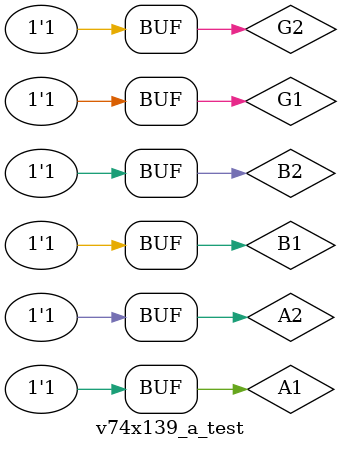
<source format=v>
`timescale 1ns / 1ps


module v74x139_a_test;

	// Inputs
	reg G1;
	reg G2;
	reg B1;
	reg B2;
	reg A1;
	reg A2;

	// Outputs
	wire [3:0] Y1;
	wire [3:0] Y2;

	// Instantiate the Unit Under Test (UUT)
	v74x139_a uut (
		.G1(G1), 
		.G2(G2), 
		.B1(B1), 
		.B2(B2), 
		.A1(A1), 
		.A2(A2), 
		.Y1(Y1), 
		.Y2(Y2)
	);

	initial begin
		// Initialize Inputs
		G1 = 0;
		G2 = 0;
		B1 = 0;
		B2 = 0;
		A1 = 0;
		A2 = 0;
		#100;
      
		G1 = 0;
		G2 = 0;
		B1 = 0;
		B2 = 0;
		A1 = 0;
		A2 = 1;
		#100;
		
		G1 = 0;
		G2 = 0;
		B1 = 0;
		B2 = 0;
		A1 = 1;
		A2 = 0;
		#100;
		
		G1 = 0;
		G2 = 0;
		B1 = 0;
		B2 = 0;
		A1 = 1;
		A2 = 1;
		#100;
		
		G1 = 0;
		G2 = 0;
		B1 = 0;
		B2 = 1;
		A1 = 0;
		A2 = 0;
		#100;
      
		G1 = 0;
		G2 = 0;
		B1 = 0;
		B2 = 1;
		A1 = 0;
		A2 = 1;
		#100;
		
		G1 = 0;
		G2 = 0;
		B1 = 0;
		B2 = 1;
		A1 = 1;
		A2 = 0;
		#100;
		
		G1 = 0;
		G2 = 0;
		B1 = 0;
		B2 = 1;
		A1 = 1;
		A2 = 1;
		#100;
		
		G1 = 0;
		G2 = 0;
		B1 = 1;
		B2 = 0;
		A1 = 0;
		A2 = 0;
		#100;
      
		G1 = 0;
		G2 = 0;
		B1 = 1;
		B2 = 0;
		A1 = 0;
		A2 = 1;
		#100;
		
		G1 = 0;
		G2 = 0;
		B1 = 1;
		B2 = 0;
		A1 = 1;
		A2 = 0;
		#100;
		
		G1 = 0;
		G2 = 0;
		B1 = 1;
		B2 = 0;
		A1 = 1;
		A2 = 1;
		#100;
		
		G1 = 0;
		G2 = 0;
		B1 = 1;
		B2 = 1;
		A1 = 0;
		A2 = 0;
		#100;
      
		G1 = 0;
		G2 = 0;
		B1 = 1;
		B2 = 1;
		A1 = 0;
		A2 = 1;
		#100;
		
		G1 = 0;
		G2 = 0;
		B1 = 1;
		B2 = 1;
		A1 = 1;
		A2 = 0;
		#100;
		
		G1 = 0;
		G2 = 0;
		B1 = 1;
		B2 = 1;
		A1 = 1;
		A2 = 1;
		#100;
		
		G1 = 0;
		G2 = 1;
		B1 = 0;
		B2 = 0;
		A1 = 0;
		A2 = 0;
		#100;
      
		G1 = 0;
		G2 = 1;
		B1 = 0;
		B2 = 0;
		A1 = 0;
		A2 = 1;
		#100;
		
		G1 = 0;
		G2 = 1;
		B1 = 0;
		B2 = 0;
		A1 = 1;
		A2 = 0;
		#100;
		
		G1 = 0;
		G2 = 1;
		B1 = 0;
		B2 = 0;
		A1 = 1;
		A2 = 1;
		#100;
		
		G1 = 0;
		G2 = 1;
		B1 = 0;
		B2 = 1;
		A1 = 0;
		A2 = 0;
		#100;
      
		G1 = 0;
		G2 = 1;
		B1 = 0;
		B2 = 1;
		A1 = 0;
		A2 = 1;
		#100;
		
		G1 = 0;
		G2 = 1;
		B1 = 0;
		B2 = 1;
		A1 = 1;
		A2 = 0;
		#100;
		
		G1 = 0;
		G2 = 1;
		B1 = 0;
		B2 = 1;
		A1 = 1;
		A2 = 1;
		#100;
		
		G1 = 0;
		G2 = 1;
		B1 = 1;
		B2 = 0;
		A1 = 0;
		A2 = 0;
		#100;
      
		G1 = 0;
		G2 = 1;
		B1 = 1;
		B2 = 0;
		A1 = 0;
		A2 = 1;
		#100;
		
		G1 = 0;
		G2 = 1;
		B1 = 1;
		B2 = 0;
		A1 = 1;
		A2 = 0;
		#100;
		
		G1 = 0;
		G2 = 1;
		B1 = 1;
		B2 = 0;
		A1 = 1;
		A2 = 1;
		#100;
		
		G1 = 0;
		G2 = 1;
		B1 = 1;
		B2 = 1;
		A1 = 0;
		A2 = 0;
		#100;
      
		G1 = 0;
		G2 = 1;
		B1 = 1;
		B2 = 1;
		A1 = 0;
		A2 = 1;
		#100;
		
		G1 = 0;
		G2 = 1;
		B1 = 1;
		B2 = 1;
		A1 = 1;
		A2 = 0;
		#100;
		
		G1 = 0;
		G2 = 1;
		B1 = 1;
		B2 = 1;
		A1 = 1;
		A2 = 1;
		#100;
		
		G1 = 1;
		G2 = 0;
		B1 = 0;
		B2 = 0;
		A1 = 0;
		A2 = 0;
		#100;
      
		G1 = 1;
		G2 = 0;
		B1 = 0;
		B2 = 0;
		A1 = 0;
		A2 = 1;
		#100;
		
		G1 = 1;
		G2 = 0;
		B1 = 0;
		B2 = 0;
		A1 = 1;
		A2 = 0;
		#100;
		
		G1 = 1;
		G2 = 0;
		B1 = 0;
		B2 = 0;
		A1 = 1;
		A2 = 1;
		#100;
		
		G1 = 1;
		G2 = 0;
		B1 = 0;
		B2 = 1;
		A1 = 0;
		A2 = 0;
		#100;
      
		G1 = 1;
		G2 = 0;
		B1 = 0;
		B2 = 1;
		A1 = 0;
		A2 = 1;
		#100;
		
		G1 = 1;
		G2 = 0;
		B1 = 0;
		B2 = 1;
		A1 = 1;
		A2 = 0;
		#100;
		
		G1 = 1;
		G2 = 0;
		B1 = 0;
		B2 = 1;
		A1 = 1;
		A2 = 1;
		#100;
		
		G1 = 1;
		G2 = 0;
		B1 = 1;
		B2 = 0;
		A1 = 0;
		A2 = 0;
		#100;
      
		G1 = 1;
		G2 = 0;
		B1 = 1;
		B2 = 0;
		A1 = 0;
		A2 = 1;
		#100;
		
		G1 = 1;
		G2 = 0;
		B1 = 1;
		B2 = 0;
		A1 = 1;
		A2 = 0;
		#100;
		
		G1 = 1;
		G2 = 0;
		B1 = 1;
		B2 = 0;
		A1 = 1;
		A2 = 1;
		#100;
		
		G1 = 1;
		G2 = 0;
		B1 = 1;
		B2 = 1;
		A1 = 0;
		A2 = 0;
		#100;
      
		G1 = 1;
		G2 = 0;
		B1 = 1;
		B2 = 1;
		A1 = 0;
		A2 = 1;
		#100;
		
		G1 = 1;
		G2 = 0;
		B1 = 1;
		B2 = 1;
		A1 = 1;
		A2 = 0;
		#100;
		
		G1 = 1;
		G2 = 0;
		B1 = 1;
		B2 = 1;
		A1 = 1;
		A2 = 1;
		#100;
		
		G1 = 1;
		G2 = 1;
		B1 = 0;
		B2 = 0;
		A1 = 0;
		A2 = 0;
		#100;
      
		G1 = 1;
		G2 = 1;
		B1 = 0;
		B2 = 0;
		A1 = 0;
		A2 = 1;
		#100;
		
		G1 = 1;
		G2 = 1;
		B1 = 0;
		B2 = 0;
		A1 = 1;
		A2 = 0;
		#100;
		
		G1 = 1;
		G2 = 1;
		B1 = 0;
		B2 = 0;
		A1 = 1;
		A2 = 1;
		#100;
		
		G1 = 1;
		G2 = 1;
		B1 = 0;
		B2 = 1;
		A1 = 0;
		A2 = 0;
		#100;
      
		G1 = 1;
		G2 = 1;
		B1 = 0;
		B2 = 1;
		A1 = 0;
		A2 = 1;
		#100;
		
		G1 = 1;
		G2 = 1;
		B1 = 0;
		B2 = 1;
		A1 = 1;
		A2 = 0;
		#100;
		
		G1 = 1;
		G2 = 1;
		B1 = 0;
		B2 = 1;
		A1 = 1;
		A2 = 1;
		#100;
		
		G1 = 1;
		G2 = 1;
		B1 = 1;
		B2 = 0;
		A1 = 0;
		A2 = 0;
		#100;
      
		G1 = 1;
		G2 = 1;
		B1 = 1;
		B2 = 0;
		A1 = 0;
		A2 = 1;
		#100;
		
		G1 = 1;
		G2 = 1;
		B1 = 1;
		B2 = 0;
		A1 = 1;
		A2 = 0;
		#100;
		
		G1 = 1;
		G2 = 1;
		B1 = 1;
		B2 = 0;
		A1 = 1;
		A2 = 1;
		#100;
		
		G1 = 1;
		G2 = 1;
		B1 = 1;
		B2 = 1;
		A1 = 0;
		A2 = 0;
		#100;
      
		G1 = 1;
		G2 = 1;
		B1 = 1;
		B2 = 1;
		A1 = 0;
		A2 = 1;
		#100;
		
		G1 = 1;
		G2 = 1;
		B1 = 1;
		B2 = 1;
		A1 = 1;
		A2 = 0;
		#100;
		
		G1 = 1;
		G2 = 1;
		B1 = 1;
		B2 = 1;
		A1 = 1;
		A2 = 1;
		#100;
		// Add stimulus here

	end
      
endmodule


</source>
